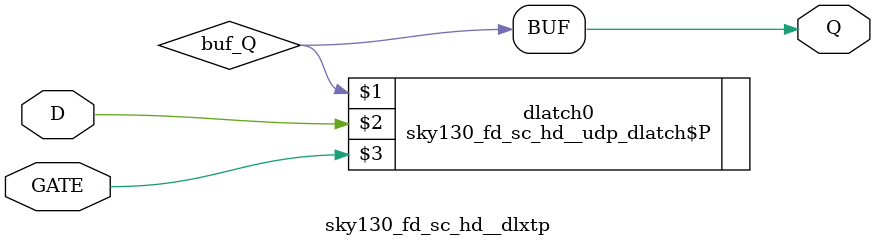
<source format=v>
/*
 * Copyright 2020 The SkyWater PDK Authors
 *
 * Licensed under the Apache License, Version 2.0 (the "License");
 * you may not use this file except in compliance with the License.
 * You may obtain a copy of the License at
 *
 *     https://www.apache.org/licenses/LICENSE-2.0
 *
 * Unless required by applicable law or agreed to in writing, software
 * distributed under the License is distributed on an "AS IS" BASIS,
 * WITHOUT WARRANTIES OR CONDITIONS OF ANY KIND, either express or implied.
 * See the License for the specific language governing permissions and
 * limitations under the License.
 *
 * SPDX-License-Identifier: Apache-2.0
*/


`ifndef SKY130_FD_SC_HD__DLXTP_FUNCTIONAL_V
`define SKY130_FD_SC_HD__DLXTP_FUNCTIONAL_V

/**
 * dlxtp: Delay latch, non-inverted enable, single output.
 *
 * Verilog simulation functional model.
 */

`timescale 1ns / 1ps
`default_nettype none

// Import user defined primitives.
`include "../../models/udp_dlatch_p/sky130_fd_sc_hd__udp_dlatch_p.v"

`celldefine
module sky130_fd_sc_hd__dlxtp (
    Q   ,
    D   ,
    GATE
);

    // Module ports
    output Q   ;
    input  D   ;
    input  GATE;

    // Local signals
    wire buf_Q;

    //                            Name     Output  Other arguments
    sky130_fd_sc_hd__udp_dlatch$P dlatch0 (buf_Q , D, GATE        );
    buf                           buf0    (Q     , buf_Q          );

endmodule
`endcelldefine

`default_nettype wire
`endif  // SKY130_FD_SC_HD__DLXTP_FUNCTIONAL_V
</source>
